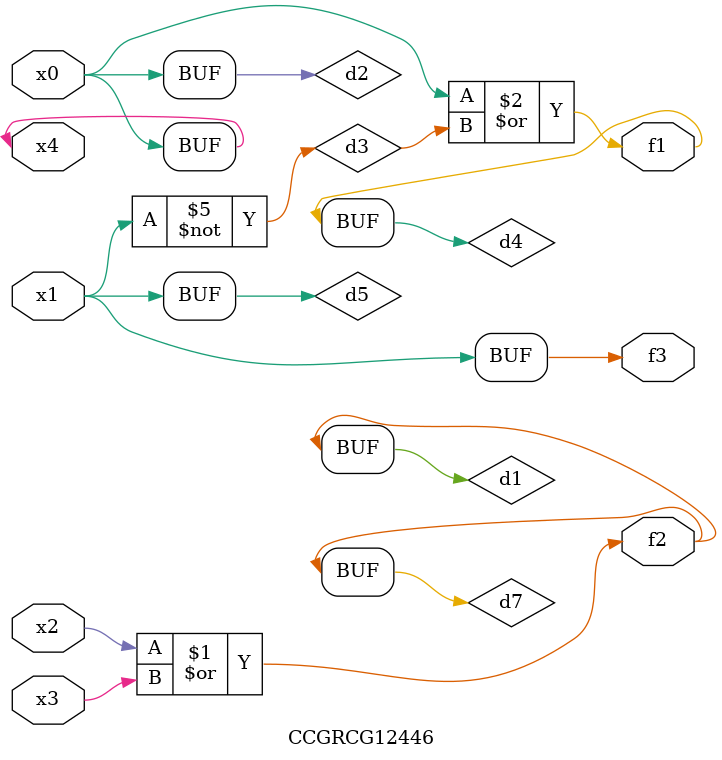
<source format=v>
module CCGRCG12446(
	input x0, x1, x2, x3, x4,
	output f1, f2, f3
);

	wire d1, d2, d3, d4, d5, d6, d7;

	or (d1, x2, x3);
	buf (d2, x0, x4);
	not (d3, x1);
	or (d4, d2, d3);
	not (d5, d3);
	nand (d6, d1, d3);
	or (d7, d1);
	assign f1 = d4;
	assign f2 = d7;
	assign f3 = d5;
endmodule

</source>
